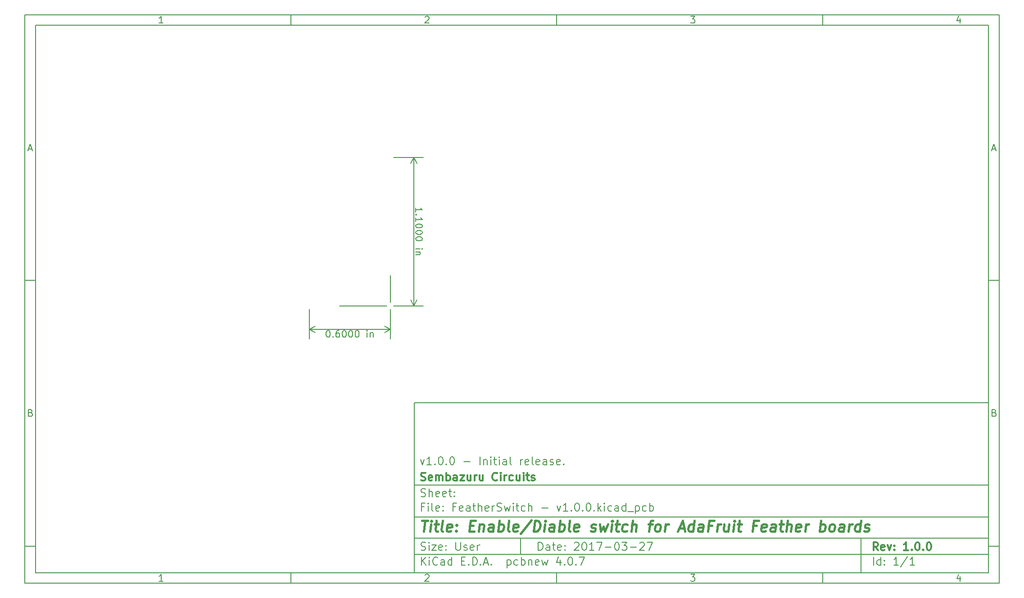
<source format=gbr>
G04 #@! TF.FileFunction,Drawing*
%FSLAX46Y46*%
G04 Gerber Fmt 4.6, Leading zero omitted, Abs format (unit mm)*
G04 Created by KiCad (PCBNEW 4.0.7) date 11/03/17 12:30:38*
%MOMM*%
%LPD*%
G01*
G04 APERTURE LIST*
%ADD10C,0.100000*%
%ADD11C,0.150000*%
%ADD12C,0.300000*%
%ADD13C,0.400000*%
%ADD14C,0.127000*%
G04 APERTURE END LIST*
D10*
D11*
X83200000Y-83000000D02*
X83200000Y-115000000D01*
X191200000Y-115000000D01*
X191200000Y-83000000D01*
X83200000Y-83000000D01*
D10*
D11*
X10000000Y-10000000D02*
X10000000Y-117000000D01*
X193200000Y-117000000D01*
X193200000Y-10000000D01*
X10000000Y-10000000D01*
D10*
D11*
X12000000Y-12000000D02*
X12000000Y-115000000D01*
X191200000Y-115000000D01*
X191200000Y-12000000D01*
X12000000Y-12000000D01*
D10*
D11*
X60000000Y-12000000D02*
X60000000Y-10000000D01*
D10*
D11*
X110000000Y-12000000D02*
X110000000Y-10000000D01*
D10*
D11*
X160000000Y-12000000D02*
X160000000Y-10000000D01*
D10*
D11*
X35990476Y-11588095D02*
X35247619Y-11588095D01*
X35619048Y-11588095D02*
X35619048Y-10288095D01*
X35495238Y-10473810D01*
X35371429Y-10597619D01*
X35247619Y-10659524D01*
D10*
D11*
X85247619Y-10411905D02*
X85309524Y-10350000D01*
X85433333Y-10288095D01*
X85742857Y-10288095D01*
X85866667Y-10350000D01*
X85928571Y-10411905D01*
X85990476Y-10535714D01*
X85990476Y-10659524D01*
X85928571Y-10845238D01*
X85185714Y-11588095D01*
X85990476Y-11588095D01*
D10*
D11*
X135185714Y-10288095D02*
X135990476Y-10288095D01*
X135557143Y-10783333D01*
X135742857Y-10783333D01*
X135866667Y-10845238D01*
X135928571Y-10907143D01*
X135990476Y-11030952D01*
X135990476Y-11340476D01*
X135928571Y-11464286D01*
X135866667Y-11526190D01*
X135742857Y-11588095D01*
X135371429Y-11588095D01*
X135247619Y-11526190D01*
X135185714Y-11464286D01*
D10*
D11*
X185866667Y-10721429D02*
X185866667Y-11588095D01*
X185557143Y-10226190D02*
X185247619Y-11154762D01*
X186052381Y-11154762D01*
D10*
D11*
X60000000Y-115000000D02*
X60000000Y-117000000D01*
D10*
D11*
X110000000Y-115000000D02*
X110000000Y-117000000D01*
D10*
D11*
X160000000Y-115000000D02*
X160000000Y-117000000D01*
D10*
D11*
X35990476Y-116588095D02*
X35247619Y-116588095D01*
X35619048Y-116588095D02*
X35619048Y-115288095D01*
X35495238Y-115473810D01*
X35371429Y-115597619D01*
X35247619Y-115659524D01*
D10*
D11*
X85247619Y-115411905D02*
X85309524Y-115350000D01*
X85433333Y-115288095D01*
X85742857Y-115288095D01*
X85866667Y-115350000D01*
X85928571Y-115411905D01*
X85990476Y-115535714D01*
X85990476Y-115659524D01*
X85928571Y-115845238D01*
X85185714Y-116588095D01*
X85990476Y-116588095D01*
D10*
D11*
X135185714Y-115288095D02*
X135990476Y-115288095D01*
X135557143Y-115783333D01*
X135742857Y-115783333D01*
X135866667Y-115845238D01*
X135928571Y-115907143D01*
X135990476Y-116030952D01*
X135990476Y-116340476D01*
X135928571Y-116464286D01*
X135866667Y-116526190D01*
X135742857Y-116588095D01*
X135371429Y-116588095D01*
X135247619Y-116526190D01*
X135185714Y-116464286D01*
D10*
D11*
X185866667Y-115721429D02*
X185866667Y-116588095D01*
X185557143Y-115226190D02*
X185247619Y-116154762D01*
X186052381Y-116154762D01*
D10*
D11*
X10000000Y-60000000D02*
X12000000Y-60000000D01*
D10*
D11*
X10000000Y-110000000D02*
X12000000Y-110000000D01*
D10*
D11*
X10690476Y-35216667D02*
X11309524Y-35216667D01*
X10566667Y-35588095D02*
X11000000Y-34288095D01*
X11433333Y-35588095D01*
D10*
D11*
X11092857Y-84907143D02*
X11278571Y-84969048D01*
X11340476Y-85030952D01*
X11402381Y-85154762D01*
X11402381Y-85340476D01*
X11340476Y-85464286D01*
X11278571Y-85526190D01*
X11154762Y-85588095D01*
X10659524Y-85588095D01*
X10659524Y-84288095D01*
X11092857Y-84288095D01*
X11216667Y-84350000D01*
X11278571Y-84411905D01*
X11340476Y-84535714D01*
X11340476Y-84659524D01*
X11278571Y-84783333D01*
X11216667Y-84845238D01*
X11092857Y-84907143D01*
X10659524Y-84907143D01*
D10*
D11*
X193200000Y-60000000D02*
X191200000Y-60000000D01*
D10*
D11*
X193200000Y-110000000D02*
X191200000Y-110000000D01*
D10*
D11*
X191890476Y-35216667D02*
X192509524Y-35216667D01*
X191766667Y-35588095D02*
X192200000Y-34288095D01*
X192633333Y-35588095D01*
D10*
D11*
X192292857Y-84907143D02*
X192478571Y-84969048D01*
X192540476Y-85030952D01*
X192602381Y-85154762D01*
X192602381Y-85340476D01*
X192540476Y-85464286D01*
X192478571Y-85526190D01*
X192354762Y-85588095D01*
X191859524Y-85588095D01*
X191859524Y-84288095D01*
X192292857Y-84288095D01*
X192416667Y-84350000D01*
X192478571Y-84411905D01*
X192540476Y-84535714D01*
X192540476Y-84659524D01*
X192478571Y-84783333D01*
X192416667Y-84845238D01*
X192292857Y-84907143D01*
X191859524Y-84907143D01*
D10*
D11*
X106557143Y-110778571D02*
X106557143Y-109278571D01*
X106914286Y-109278571D01*
X107128571Y-109350000D01*
X107271429Y-109492857D01*
X107342857Y-109635714D01*
X107414286Y-109921429D01*
X107414286Y-110135714D01*
X107342857Y-110421429D01*
X107271429Y-110564286D01*
X107128571Y-110707143D01*
X106914286Y-110778571D01*
X106557143Y-110778571D01*
X108700000Y-110778571D02*
X108700000Y-109992857D01*
X108628571Y-109850000D01*
X108485714Y-109778571D01*
X108200000Y-109778571D01*
X108057143Y-109850000D01*
X108700000Y-110707143D02*
X108557143Y-110778571D01*
X108200000Y-110778571D01*
X108057143Y-110707143D01*
X107985714Y-110564286D01*
X107985714Y-110421429D01*
X108057143Y-110278571D01*
X108200000Y-110207143D01*
X108557143Y-110207143D01*
X108700000Y-110135714D01*
X109200000Y-109778571D02*
X109771429Y-109778571D01*
X109414286Y-109278571D02*
X109414286Y-110564286D01*
X109485714Y-110707143D01*
X109628572Y-110778571D01*
X109771429Y-110778571D01*
X110842857Y-110707143D02*
X110700000Y-110778571D01*
X110414286Y-110778571D01*
X110271429Y-110707143D01*
X110200000Y-110564286D01*
X110200000Y-109992857D01*
X110271429Y-109850000D01*
X110414286Y-109778571D01*
X110700000Y-109778571D01*
X110842857Y-109850000D01*
X110914286Y-109992857D01*
X110914286Y-110135714D01*
X110200000Y-110278571D01*
X111557143Y-110635714D02*
X111628571Y-110707143D01*
X111557143Y-110778571D01*
X111485714Y-110707143D01*
X111557143Y-110635714D01*
X111557143Y-110778571D01*
X111557143Y-109850000D02*
X111628571Y-109921429D01*
X111557143Y-109992857D01*
X111485714Y-109921429D01*
X111557143Y-109850000D01*
X111557143Y-109992857D01*
X113342857Y-109421429D02*
X113414286Y-109350000D01*
X113557143Y-109278571D01*
X113914286Y-109278571D01*
X114057143Y-109350000D01*
X114128572Y-109421429D01*
X114200000Y-109564286D01*
X114200000Y-109707143D01*
X114128572Y-109921429D01*
X113271429Y-110778571D01*
X114200000Y-110778571D01*
X115128571Y-109278571D02*
X115271428Y-109278571D01*
X115414285Y-109350000D01*
X115485714Y-109421429D01*
X115557143Y-109564286D01*
X115628571Y-109850000D01*
X115628571Y-110207143D01*
X115557143Y-110492857D01*
X115485714Y-110635714D01*
X115414285Y-110707143D01*
X115271428Y-110778571D01*
X115128571Y-110778571D01*
X114985714Y-110707143D01*
X114914285Y-110635714D01*
X114842857Y-110492857D01*
X114771428Y-110207143D01*
X114771428Y-109850000D01*
X114842857Y-109564286D01*
X114914285Y-109421429D01*
X114985714Y-109350000D01*
X115128571Y-109278571D01*
X117057142Y-110778571D02*
X116199999Y-110778571D01*
X116628571Y-110778571D02*
X116628571Y-109278571D01*
X116485714Y-109492857D01*
X116342856Y-109635714D01*
X116199999Y-109707143D01*
X117557142Y-109278571D02*
X118557142Y-109278571D01*
X117914285Y-110778571D01*
X119128570Y-110207143D02*
X120271427Y-110207143D01*
X121271427Y-109278571D02*
X121414284Y-109278571D01*
X121557141Y-109350000D01*
X121628570Y-109421429D01*
X121699999Y-109564286D01*
X121771427Y-109850000D01*
X121771427Y-110207143D01*
X121699999Y-110492857D01*
X121628570Y-110635714D01*
X121557141Y-110707143D01*
X121414284Y-110778571D01*
X121271427Y-110778571D01*
X121128570Y-110707143D01*
X121057141Y-110635714D01*
X120985713Y-110492857D01*
X120914284Y-110207143D01*
X120914284Y-109850000D01*
X120985713Y-109564286D01*
X121057141Y-109421429D01*
X121128570Y-109350000D01*
X121271427Y-109278571D01*
X122271427Y-109278571D02*
X123199998Y-109278571D01*
X122699998Y-109850000D01*
X122914284Y-109850000D01*
X123057141Y-109921429D01*
X123128570Y-109992857D01*
X123199998Y-110135714D01*
X123199998Y-110492857D01*
X123128570Y-110635714D01*
X123057141Y-110707143D01*
X122914284Y-110778571D01*
X122485712Y-110778571D01*
X122342855Y-110707143D01*
X122271427Y-110635714D01*
X123842855Y-110207143D02*
X124985712Y-110207143D01*
X125628569Y-109421429D02*
X125699998Y-109350000D01*
X125842855Y-109278571D01*
X126199998Y-109278571D01*
X126342855Y-109350000D01*
X126414284Y-109421429D01*
X126485712Y-109564286D01*
X126485712Y-109707143D01*
X126414284Y-109921429D01*
X125557141Y-110778571D01*
X126485712Y-110778571D01*
X126985712Y-109278571D02*
X127985712Y-109278571D01*
X127342855Y-110778571D01*
D10*
D11*
X83200000Y-111500000D02*
X191200000Y-111500000D01*
D10*
D11*
X84557143Y-113578571D02*
X84557143Y-112078571D01*
X85414286Y-113578571D02*
X84771429Y-112721429D01*
X85414286Y-112078571D02*
X84557143Y-112935714D01*
X86057143Y-113578571D02*
X86057143Y-112578571D01*
X86057143Y-112078571D02*
X85985714Y-112150000D01*
X86057143Y-112221429D01*
X86128571Y-112150000D01*
X86057143Y-112078571D01*
X86057143Y-112221429D01*
X87628572Y-113435714D02*
X87557143Y-113507143D01*
X87342857Y-113578571D01*
X87200000Y-113578571D01*
X86985715Y-113507143D01*
X86842857Y-113364286D01*
X86771429Y-113221429D01*
X86700000Y-112935714D01*
X86700000Y-112721429D01*
X86771429Y-112435714D01*
X86842857Y-112292857D01*
X86985715Y-112150000D01*
X87200000Y-112078571D01*
X87342857Y-112078571D01*
X87557143Y-112150000D01*
X87628572Y-112221429D01*
X88914286Y-113578571D02*
X88914286Y-112792857D01*
X88842857Y-112650000D01*
X88700000Y-112578571D01*
X88414286Y-112578571D01*
X88271429Y-112650000D01*
X88914286Y-113507143D02*
X88771429Y-113578571D01*
X88414286Y-113578571D01*
X88271429Y-113507143D01*
X88200000Y-113364286D01*
X88200000Y-113221429D01*
X88271429Y-113078571D01*
X88414286Y-113007143D01*
X88771429Y-113007143D01*
X88914286Y-112935714D01*
X90271429Y-113578571D02*
X90271429Y-112078571D01*
X90271429Y-113507143D02*
X90128572Y-113578571D01*
X89842858Y-113578571D01*
X89700000Y-113507143D01*
X89628572Y-113435714D01*
X89557143Y-113292857D01*
X89557143Y-112864286D01*
X89628572Y-112721429D01*
X89700000Y-112650000D01*
X89842858Y-112578571D01*
X90128572Y-112578571D01*
X90271429Y-112650000D01*
X92128572Y-112792857D02*
X92628572Y-112792857D01*
X92842858Y-113578571D02*
X92128572Y-113578571D01*
X92128572Y-112078571D01*
X92842858Y-112078571D01*
X93485715Y-113435714D02*
X93557143Y-113507143D01*
X93485715Y-113578571D01*
X93414286Y-113507143D01*
X93485715Y-113435714D01*
X93485715Y-113578571D01*
X94200001Y-113578571D02*
X94200001Y-112078571D01*
X94557144Y-112078571D01*
X94771429Y-112150000D01*
X94914287Y-112292857D01*
X94985715Y-112435714D01*
X95057144Y-112721429D01*
X95057144Y-112935714D01*
X94985715Y-113221429D01*
X94914287Y-113364286D01*
X94771429Y-113507143D01*
X94557144Y-113578571D01*
X94200001Y-113578571D01*
X95700001Y-113435714D02*
X95771429Y-113507143D01*
X95700001Y-113578571D01*
X95628572Y-113507143D01*
X95700001Y-113435714D01*
X95700001Y-113578571D01*
X96342858Y-113150000D02*
X97057144Y-113150000D01*
X96200001Y-113578571D02*
X96700001Y-112078571D01*
X97200001Y-113578571D01*
X97700001Y-113435714D02*
X97771429Y-113507143D01*
X97700001Y-113578571D01*
X97628572Y-113507143D01*
X97700001Y-113435714D01*
X97700001Y-113578571D01*
X100700001Y-112578571D02*
X100700001Y-114078571D01*
X100700001Y-112650000D02*
X100842858Y-112578571D01*
X101128572Y-112578571D01*
X101271429Y-112650000D01*
X101342858Y-112721429D01*
X101414287Y-112864286D01*
X101414287Y-113292857D01*
X101342858Y-113435714D01*
X101271429Y-113507143D01*
X101128572Y-113578571D01*
X100842858Y-113578571D01*
X100700001Y-113507143D01*
X102700001Y-113507143D02*
X102557144Y-113578571D01*
X102271430Y-113578571D01*
X102128572Y-113507143D01*
X102057144Y-113435714D01*
X101985715Y-113292857D01*
X101985715Y-112864286D01*
X102057144Y-112721429D01*
X102128572Y-112650000D01*
X102271430Y-112578571D01*
X102557144Y-112578571D01*
X102700001Y-112650000D01*
X103342858Y-113578571D02*
X103342858Y-112078571D01*
X103342858Y-112650000D02*
X103485715Y-112578571D01*
X103771429Y-112578571D01*
X103914286Y-112650000D01*
X103985715Y-112721429D01*
X104057144Y-112864286D01*
X104057144Y-113292857D01*
X103985715Y-113435714D01*
X103914286Y-113507143D01*
X103771429Y-113578571D01*
X103485715Y-113578571D01*
X103342858Y-113507143D01*
X104700001Y-112578571D02*
X104700001Y-113578571D01*
X104700001Y-112721429D02*
X104771429Y-112650000D01*
X104914287Y-112578571D01*
X105128572Y-112578571D01*
X105271429Y-112650000D01*
X105342858Y-112792857D01*
X105342858Y-113578571D01*
X106628572Y-113507143D02*
X106485715Y-113578571D01*
X106200001Y-113578571D01*
X106057144Y-113507143D01*
X105985715Y-113364286D01*
X105985715Y-112792857D01*
X106057144Y-112650000D01*
X106200001Y-112578571D01*
X106485715Y-112578571D01*
X106628572Y-112650000D01*
X106700001Y-112792857D01*
X106700001Y-112935714D01*
X105985715Y-113078571D01*
X107200001Y-112578571D02*
X107485715Y-113578571D01*
X107771429Y-112864286D01*
X108057144Y-113578571D01*
X108342858Y-112578571D01*
X110700001Y-112578571D02*
X110700001Y-113578571D01*
X110342858Y-112007143D02*
X109985715Y-113078571D01*
X110914287Y-113078571D01*
X111485715Y-113435714D02*
X111557143Y-113507143D01*
X111485715Y-113578571D01*
X111414286Y-113507143D01*
X111485715Y-113435714D01*
X111485715Y-113578571D01*
X112485715Y-112078571D02*
X112628572Y-112078571D01*
X112771429Y-112150000D01*
X112842858Y-112221429D01*
X112914287Y-112364286D01*
X112985715Y-112650000D01*
X112985715Y-113007143D01*
X112914287Y-113292857D01*
X112842858Y-113435714D01*
X112771429Y-113507143D01*
X112628572Y-113578571D01*
X112485715Y-113578571D01*
X112342858Y-113507143D01*
X112271429Y-113435714D01*
X112200001Y-113292857D01*
X112128572Y-113007143D01*
X112128572Y-112650000D01*
X112200001Y-112364286D01*
X112271429Y-112221429D01*
X112342858Y-112150000D01*
X112485715Y-112078571D01*
X113628572Y-113435714D02*
X113700000Y-113507143D01*
X113628572Y-113578571D01*
X113557143Y-113507143D01*
X113628572Y-113435714D01*
X113628572Y-113578571D01*
X114200001Y-112078571D02*
X115200001Y-112078571D01*
X114557144Y-113578571D01*
D10*
D11*
X83200000Y-108500000D02*
X191200000Y-108500000D01*
D10*
D12*
X170414286Y-110778571D02*
X169914286Y-110064286D01*
X169557143Y-110778571D02*
X169557143Y-109278571D01*
X170128571Y-109278571D01*
X170271429Y-109350000D01*
X170342857Y-109421429D01*
X170414286Y-109564286D01*
X170414286Y-109778571D01*
X170342857Y-109921429D01*
X170271429Y-109992857D01*
X170128571Y-110064286D01*
X169557143Y-110064286D01*
X171628571Y-110707143D02*
X171485714Y-110778571D01*
X171200000Y-110778571D01*
X171057143Y-110707143D01*
X170985714Y-110564286D01*
X170985714Y-109992857D01*
X171057143Y-109850000D01*
X171200000Y-109778571D01*
X171485714Y-109778571D01*
X171628571Y-109850000D01*
X171700000Y-109992857D01*
X171700000Y-110135714D01*
X170985714Y-110278571D01*
X172200000Y-109778571D02*
X172557143Y-110778571D01*
X172914285Y-109778571D01*
X173485714Y-110635714D02*
X173557142Y-110707143D01*
X173485714Y-110778571D01*
X173414285Y-110707143D01*
X173485714Y-110635714D01*
X173485714Y-110778571D01*
X173485714Y-109850000D02*
X173557142Y-109921429D01*
X173485714Y-109992857D01*
X173414285Y-109921429D01*
X173485714Y-109850000D01*
X173485714Y-109992857D01*
X176128571Y-110778571D02*
X175271428Y-110778571D01*
X175700000Y-110778571D02*
X175700000Y-109278571D01*
X175557143Y-109492857D01*
X175414285Y-109635714D01*
X175271428Y-109707143D01*
X176771428Y-110635714D02*
X176842856Y-110707143D01*
X176771428Y-110778571D01*
X176699999Y-110707143D01*
X176771428Y-110635714D01*
X176771428Y-110778571D01*
X177771428Y-109278571D02*
X177914285Y-109278571D01*
X178057142Y-109350000D01*
X178128571Y-109421429D01*
X178200000Y-109564286D01*
X178271428Y-109850000D01*
X178271428Y-110207143D01*
X178200000Y-110492857D01*
X178128571Y-110635714D01*
X178057142Y-110707143D01*
X177914285Y-110778571D01*
X177771428Y-110778571D01*
X177628571Y-110707143D01*
X177557142Y-110635714D01*
X177485714Y-110492857D01*
X177414285Y-110207143D01*
X177414285Y-109850000D01*
X177485714Y-109564286D01*
X177557142Y-109421429D01*
X177628571Y-109350000D01*
X177771428Y-109278571D01*
X178914285Y-110635714D02*
X178985713Y-110707143D01*
X178914285Y-110778571D01*
X178842856Y-110707143D01*
X178914285Y-110635714D01*
X178914285Y-110778571D01*
X179914285Y-109278571D02*
X180057142Y-109278571D01*
X180199999Y-109350000D01*
X180271428Y-109421429D01*
X180342857Y-109564286D01*
X180414285Y-109850000D01*
X180414285Y-110207143D01*
X180342857Y-110492857D01*
X180271428Y-110635714D01*
X180199999Y-110707143D01*
X180057142Y-110778571D01*
X179914285Y-110778571D01*
X179771428Y-110707143D01*
X179699999Y-110635714D01*
X179628571Y-110492857D01*
X179557142Y-110207143D01*
X179557142Y-109850000D01*
X179628571Y-109564286D01*
X179699999Y-109421429D01*
X179771428Y-109350000D01*
X179914285Y-109278571D01*
D10*
D11*
X84485714Y-110707143D02*
X84700000Y-110778571D01*
X85057143Y-110778571D01*
X85200000Y-110707143D01*
X85271429Y-110635714D01*
X85342857Y-110492857D01*
X85342857Y-110350000D01*
X85271429Y-110207143D01*
X85200000Y-110135714D01*
X85057143Y-110064286D01*
X84771429Y-109992857D01*
X84628571Y-109921429D01*
X84557143Y-109850000D01*
X84485714Y-109707143D01*
X84485714Y-109564286D01*
X84557143Y-109421429D01*
X84628571Y-109350000D01*
X84771429Y-109278571D01*
X85128571Y-109278571D01*
X85342857Y-109350000D01*
X85985714Y-110778571D02*
X85985714Y-109778571D01*
X85985714Y-109278571D02*
X85914285Y-109350000D01*
X85985714Y-109421429D01*
X86057142Y-109350000D01*
X85985714Y-109278571D01*
X85985714Y-109421429D01*
X86557143Y-109778571D02*
X87342857Y-109778571D01*
X86557143Y-110778571D01*
X87342857Y-110778571D01*
X88485714Y-110707143D02*
X88342857Y-110778571D01*
X88057143Y-110778571D01*
X87914286Y-110707143D01*
X87842857Y-110564286D01*
X87842857Y-109992857D01*
X87914286Y-109850000D01*
X88057143Y-109778571D01*
X88342857Y-109778571D01*
X88485714Y-109850000D01*
X88557143Y-109992857D01*
X88557143Y-110135714D01*
X87842857Y-110278571D01*
X89200000Y-110635714D02*
X89271428Y-110707143D01*
X89200000Y-110778571D01*
X89128571Y-110707143D01*
X89200000Y-110635714D01*
X89200000Y-110778571D01*
X89200000Y-109850000D02*
X89271428Y-109921429D01*
X89200000Y-109992857D01*
X89128571Y-109921429D01*
X89200000Y-109850000D01*
X89200000Y-109992857D01*
X91057143Y-109278571D02*
X91057143Y-110492857D01*
X91128571Y-110635714D01*
X91200000Y-110707143D01*
X91342857Y-110778571D01*
X91628571Y-110778571D01*
X91771429Y-110707143D01*
X91842857Y-110635714D01*
X91914286Y-110492857D01*
X91914286Y-109278571D01*
X92557143Y-110707143D02*
X92700000Y-110778571D01*
X92985715Y-110778571D01*
X93128572Y-110707143D01*
X93200000Y-110564286D01*
X93200000Y-110492857D01*
X93128572Y-110350000D01*
X92985715Y-110278571D01*
X92771429Y-110278571D01*
X92628572Y-110207143D01*
X92557143Y-110064286D01*
X92557143Y-109992857D01*
X92628572Y-109850000D01*
X92771429Y-109778571D01*
X92985715Y-109778571D01*
X93128572Y-109850000D01*
X94414286Y-110707143D02*
X94271429Y-110778571D01*
X93985715Y-110778571D01*
X93842858Y-110707143D01*
X93771429Y-110564286D01*
X93771429Y-109992857D01*
X93842858Y-109850000D01*
X93985715Y-109778571D01*
X94271429Y-109778571D01*
X94414286Y-109850000D01*
X94485715Y-109992857D01*
X94485715Y-110135714D01*
X93771429Y-110278571D01*
X95128572Y-110778571D02*
X95128572Y-109778571D01*
X95128572Y-110064286D02*
X95200000Y-109921429D01*
X95271429Y-109850000D01*
X95414286Y-109778571D01*
X95557143Y-109778571D01*
D10*
D11*
X169557143Y-113578571D02*
X169557143Y-112078571D01*
X170914286Y-113578571D02*
X170914286Y-112078571D01*
X170914286Y-113507143D02*
X170771429Y-113578571D01*
X170485715Y-113578571D01*
X170342857Y-113507143D01*
X170271429Y-113435714D01*
X170200000Y-113292857D01*
X170200000Y-112864286D01*
X170271429Y-112721429D01*
X170342857Y-112650000D01*
X170485715Y-112578571D01*
X170771429Y-112578571D01*
X170914286Y-112650000D01*
X171628572Y-113435714D02*
X171700000Y-113507143D01*
X171628572Y-113578571D01*
X171557143Y-113507143D01*
X171628572Y-113435714D01*
X171628572Y-113578571D01*
X171628572Y-112650000D02*
X171700000Y-112721429D01*
X171628572Y-112792857D01*
X171557143Y-112721429D01*
X171628572Y-112650000D01*
X171628572Y-112792857D01*
X174271429Y-113578571D02*
X173414286Y-113578571D01*
X173842858Y-113578571D02*
X173842858Y-112078571D01*
X173700001Y-112292857D01*
X173557143Y-112435714D01*
X173414286Y-112507143D01*
X175985714Y-112007143D02*
X174700000Y-113935714D01*
X177271429Y-113578571D02*
X176414286Y-113578571D01*
X176842858Y-113578571D02*
X176842858Y-112078571D01*
X176700001Y-112292857D01*
X176557143Y-112435714D01*
X176414286Y-112507143D01*
D10*
D11*
X83200000Y-104500000D02*
X191200000Y-104500000D01*
D10*
D13*
X84652381Y-105204762D02*
X85795238Y-105204762D01*
X84973810Y-107204762D02*
X85223810Y-105204762D01*
X86211905Y-107204762D02*
X86378571Y-105871429D01*
X86461905Y-105204762D02*
X86354762Y-105300000D01*
X86438095Y-105395238D01*
X86545239Y-105300000D01*
X86461905Y-105204762D01*
X86438095Y-105395238D01*
X87045238Y-105871429D02*
X87807143Y-105871429D01*
X87414286Y-105204762D02*
X87200000Y-106919048D01*
X87271430Y-107109524D01*
X87450001Y-107204762D01*
X87640477Y-107204762D01*
X88592858Y-107204762D02*
X88414287Y-107109524D01*
X88342857Y-106919048D01*
X88557143Y-105204762D01*
X90128572Y-107109524D02*
X89926191Y-107204762D01*
X89545239Y-107204762D01*
X89366667Y-107109524D01*
X89295238Y-106919048D01*
X89390476Y-106157143D01*
X89509524Y-105966667D01*
X89711905Y-105871429D01*
X90092857Y-105871429D01*
X90271429Y-105966667D01*
X90342857Y-106157143D01*
X90319048Y-106347619D01*
X89342857Y-106538095D01*
X91092857Y-107014286D02*
X91176192Y-107109524D01*
X91069048Y-107204762D01*
X90985715Y-107109524D01*
X91092857Y-107014286D01*
X91069048Y-107204762D01*
X91223810Y-105966667D02*
X91307144Y-106061905D01*
X91200000Y-106157143D01*
X91116667Y-106061905D01*
X91223810Y-105966667D01*
X91200000Y-106157143D01*
X93676191Y-106157143D02*
X94342858Y-106157143D01*
X94497620Y-107204762D02*
X93545239Y-107204762D01*
X93795239Y-105204762D01*
X94747620Y-105204762D01*
X95521429Y-105871429D02*
X95354763Y-107204762D01*
X95497620Y-106061905D02*
X95604764Y-105966667D01*
X95807144Y-105871429D01*
X96092858Y-105871429D01*
X96271430Y-105966667D01*
X96342858Y-106157143D01*
X96211906Y-107204762D01*
X98021430Y-107204762D02*
X98152382Y-106157143D01*
X98080954Y-105966667D01*
X97902382Y-105871429D01*
X97521430Y-105871429D01*
X97319049Y-105966667D01*
X98033335Y-107109524D02*
X97830954Y-107204762D01*
X97354764Y-107204762D01*
X97176192Y-107109524D01*
X97104763Y-106919048D01*
X97128573Y-106728571D01*
X97247620Y-106538095D01*
X97450002Y-106442857D01*
X97926192Y-106442857D01*
X98128573Y-106347619D01*
X98973811Y-107204762D02*
X99223811Y-105204762D01*
X99128573Y-105966667D02*
X99330954Y-105871429D01*
X99711906Y-105871429D01*
X99890478Y-105966667D01*
X99973811Y-106061905D01*
X100045239Y-106252381D01*
X99973811Y-106823810D01*
X99854763Y-107014286D01*
X99747621Y-107109524D01*
X99545240Y-107204762D01*
X99164288Y-107204762D01*
X98985716Y-107109524D01*
X101069050Y-107204762D02*
X100890479Y-107109524D01*
X100819049Y-106919048D01*
X101033335Y-105204762D01*
X102604764Y-107109524D02*
X102402383Y-107204762D01*
X102021431Y-107204762D01*
X101842859Y-107109524D01*
X101771430Y-106919048D01*
X101866668Y-106157143D01*
X101985716Y-105966667D01*
X102188097Y-105871429D01*
X102569049Y-105871429D01*
X102747621Y-105966667D01*
X102819049Y-106157143D01*
X102795240Y-106347619D01*
X101819049Y-106538095D01*
X105235717Y-105109524D02*
X103200002Y-107680952D01*
X105640478Y-107204762D02*
X105890478Y-105204762D01*
X106366669Y-105204762D01*
X106640478Y-105300000D01*
X106807145Y-105490476D01*
X106878574Y-105680952D01*
X106926193Y-106061905D01*
X106890479Y-106347619D01*
X106747622Y-106728571D01*
X106628573Y-106919048D01*
X106414288Y-107109524D01*
X106116669Y-107204762D01*
X105640478Y-107204762D01*
X107640478Y-107204762D02*
X107807144Y-105871429D01*
X107890478Y-105204762D02*
X107783335Y-105300000D01*
X107866668Y-105395238D01*
X107973812Y-105300000D01*
X107890478Y-105204762D01*
X107866668Y-105395238D01*
X109450002Y-107204762D02*
X109580954Y-106157143D01*
X109509526Y-105966667D01*
X109330954Y-105871429D01*
X108950002Y-105871429D01*
X108747621Y-105966667D01*
X109461907Y-107109524D02*
X109259526Y-107204762D01*
X108783336Y-107204762D01*
X108604764Y-107109524D01*
X108533335Y-106919048D01*
X108557145Y-106728571D01*
X108676192Y-106538095D01*
X108878574Y-106442857D01*
X109354764Y-106442857D01*
X109557145Y-106347619D01*
X110402383Y-107204762D02*
X110652383Y-105204762D01*
X110557145Y-105966667D02*
X110759526Y-105871429D01*
X111140478Y-105871429D01*
X111319050Y-105966667D01*
X111402383Y-106061905D01*
X111473811Y-106252381D01*
X111402383Y-106823810D01*
X111283335Y-107014286D01*
X111176193Y-107109524D01*
X110973812Y-107204762D01*
X110592860Y-107204762D01*
X110414288Y-107109524D01*
X112497622Y-107204762D02*
X112319051Y-107109524D01*
X112247621Y-106919048D01*
X112461907Y-105204762D01*
X114033336Y-107109524D02*
X113830955Y-107204762D01*
X113450003Y-107204762D01*
X113271431Y-107109524D01*
X113200002Y-106919048D01*
X113295240Y-106157143D01*
X113414288Y-105966667D01*
X113616669Y-105871429D01*
X113997621Y-105871429D01*
X114176193Y-105966667D01*
X114247621Y-106157143D01*
X114223812Y-106347619D01*
X113247621Y-106538095D01*
X116414289Y-107109524D02*
X116592861Y-107204762D01*
X116973813Y-107204762D01*
X117176194Y-107109524D01*
X117295241Y-106919048D01*
X117307146Y-106823810D01*
X117235717Y-106633333D01*
X117057146Y-106538095D01*
X116771432Y-106538095D01*
X116592860Y-106442857D01*
X116521431Y-106252381D01*
X116533336Y-106157143D01*
X116652384Y-105966667D01*
X116854765Y-105871429D01*
X117140479Y-105871429D01*
X117319051Y-105966667D01*
X118092860Y-105871429D02*
X118307147Y-107204762D01*
X118807146Y-106252381D01*
X119069051Y-107204762D01*
X119616670Y-105871429D01*
X120211908Y-107204762D02*
X120378574Y-105871429D01*
X120461908Y-105204762D02*
X120354765Y-105300000D01*
X120438098Y-105395238D01*
X120545242Y-105300000D01*
X120461908Y-105204762D01*
X120438098Y-105395238D01*
X121045241Y-105871429D02*
X121807146Y-105871429D01*
X121414289Y-105204762D02*
X121200003Y-106919048D01*
X121271433Y-107109524D01*
X121450004Y-107204762D01*
X121640480Y-107204762D01*
X123176194Y-107109524D02*
X122973813Y-107204762D01*
X122592861Y-107204762D01*
X122414290Y-107109524D01*
X122330955Y-107014286D01*
X122259527Y-106823810D01*
X122330955Y-106252381D01*
X122450003Y-106061905D01*
X122557147Y-105966667D01*
X122759527Y-105871429D01*
X123140479Y-105871429D01*
X123319051Y-105966667D01*
X124021432Y-107204762D02*
X124271432Y-105204762D01*
X124878575Y-107204762D02*
X125009527Y-106157143D01*
X124938099Y-105966667D01*
X124759527Y-105871429D01*
X124473813Y-105871429D01*
X124271433Y-105966667D01*
X124164289Y-106061905D01*
X127235718Y-105871429D02*
X127997623Y-105871429D01*
X127354766Y-107204762D02*
X127569052Y-105490476D01*
X127688100Y-105300000D01*
X127890481Y-105204762D01*
X128080957Y-105204762D01*
X128783338Y-107204762D02*
X128604767Y-107109524D01*
X128521432Y-107014286D01*
X128450004Y-106823810D01*
X128521432Y-106252381D01*
X128640480Y-106061905D01*
X128747624Y-105966667D01*
X128950004Y-105871429D01*
X129235718Y-105871429D01*
X129414290Y-105966667D01*
X129497623Y-106061905D01*
X129569051Y-106252381D01*
X129497623Y-106823810D01*
X129378575Y-107014286D01*
X129271433Y-107109524D01*
X129069052Y-107204762D01*
X128783338Y-107204762D01*
X130307147Y-107204762D02*
X130473813Y-105871429D01*
X130426194Y-106252381D02*
X130545243Y-106061905D01*
X130652386Y-105966667D01*
X130854766Y-105871429D01*
X131045242Y-105871429D01*
X133045242Y-106633333D02*
X133997623Y-106633333D01*
X132783338Y-107204762D02*
X133700005Y-105204762D01*
X134116672Y-107204762D01*
X135640481Y-107204762D02*
X135890481Y-105204762D01*
X135652386Y-107109524D02*
X135450005Y-107204762D01*
X135069053Y-107204762D01*
X134890482Y-107109524D01*
X134807147Y-107014286D01*
X134735719Y-106823810D01*
X134807147Y-106252381D01*
X134926195Y-106061905D01*
X135033339Y-105966667D01*
X135235719Y-105871429D01*
X135616671Y-105871429D01*
X135795243Y-105966667D01*
X137450005Y-107204762D02*
X137580957Y-106157143D01*
X137509529Y-105966667D01*
X137330957Y-105871429D01*
X136950005Y-105871429D01*
X136747624Y-105966667D01*
X137461910Y-107109524D02*
X137259529Y-107204762D01*
X136783339Y-107204762D01*
X136604767Y-107109524D01*
X136533338Y-106919048D01*
X136557148Y-106728571D01*
X136676195Y-106538095D01*
X136878577Y-106442857D01*
X137354767Y-106442857D01*
X137557148Y-106347619D01*
X139200005Y-106157143D02*
X138533338Y-106157143D01*
X138402386Y-107204762D02*
X138652386Y-105204762D01*
X139604767Y-105204762D01*
X140116672Y-107204762D02*
X140283338Y-105871429D01*
X140235719Y-106252381D02*
X140354768Y-106061905D01*
X140461911Y-105966667D01*
X140664291Y-105871429D01*
X140854767Y-105871429D01*
X142378576Y-105871429D02*
X142211910Y-107204762D01*
X141521433Y-105871429D02*
X141390481Y-106919048D01*
X141461911Y-107109524D01*
X141640482Y-107204762D01*
X141926196Y-107204762D01*
X142128577Y-107109524D01*
X142235719Y-107014286D01*
X143164291Y-107204762D02*
X143330957Y-105871429D01*
X143414291Y-105204762D02*
X143307148Y-105300000D01*
X143390481Y-105395238D01*
X143497625Y-105300000D01*
X143414291Y-105204762D01*
X143390481Y-105395238D01*
X143997624Y-105871429D02*
X144759529Y-105871429D01*
X144366672Y-105204762D02*
X144152386Y-106919048D01*
X144223816Y-107109524D01*
X144402387Y-107204762D01*
X144592863Y-107204762D01*
X147580958Y-106157143D02*
X146914291Y-106157143D01*
X146783339Y-107204762D02*
X147033339Y-105204762D01*
X147985720Y-105204762D01*
X149271435Y-107109524D02*
X149069054Y-107204762D01*
X148688102Y-107204762D01*
X148509530Y-107109524D01*
X148438101Y-106919048D01*
X148533339Y-106157143D01*
X148652387Y-105966667D01*
X148854768Y-105871429D01*
X149235720Y-105871429D01*
X149414292Y-105966667D01*
X149485720Y-106157143D01*
X149461911Y-106347619D01*
X148485720Y-106538095D01*
X151069054Y-107204762D02*
X151200006Y-106157143D01*
X151128578Y-105966667D01*
X150950006Y-105871429D01*
X150569054Y-105871429D01*
X150366673Y-105966667D01*
X151080959Y-107109524D02*
X150878578Y-107204762D01*
X150402388Y-107204762D01*
X150223816Y-107109524D01*
X150152387Y-106919048D01*
X150176197Y-106728571D01*
X150295244Y-106538095D01*
X150497626Y-106442857D01*
X150973816Y-106442857D01*
X151176197Y-106347619D01*
X151902387Y-105871429D02*
X152664292Y-105871429D01*
X152271435Y-105204762D02*
X152057149Y-106919048D01*
X152128579Y-107109524D01*
X152307150Y-107204762D01*
X152497626Y-107204762D01*
X153164292Y-107204762D02*
X153414292Y-105204762D01*
X154021435Y-107204762D02*
X154152387Y-106157143D01*
X154080959Y-105966667D01*
X153902387Y-105871429D01*
X153616673Y-105871429D01*
X153414293Y-105966667D01*
X153307149Y-106061905D01*
X155747626Y-107109524D02*
X155545245Y-107204762D01*
X155164293Y-107204762D01*
X154985721Y-107109524D01*
X154914292Y-106919048D01*
X155009530Y-106157143D01*
X155128578Y-105966667D01*
X155330959Y-105871429D01*
X155711911Y-105871429D01*
X155890483Y-105966667D01*
X155961911Y-106157143D01*
X155938102Y-106347619D01*
X154961911Y-106538095D01*
X156688102Y-107204762D02*
X156854768Y-105871429D01*
X156807149Y-106252381D02*
X156926198Y-106061905D01*
X157033341Y-105966667D01*
X157235721Y-105871429D01*
X157426197Y-105871429D01*
X159450007Y-107204762D02*
X159700007Y-105204762D01*
X159604769Y-105966667D02*
X159807150Y-105871429D01*
X160188102Y-105871429D01*
X160366674Y-105966667D01*
X160450007Y-106061905D01*
X160521435Y-106252381D01*
X160450007Y-106823810D01*
X160330959Y-107014286D01*
X160223817Y-107109524D01*
X160021436Y-107204762D01*
X159640484Y-107204762D01*
X159461912Y-107109524D01*
X161545246Y-107204762D02*
X161366675Y-107109524D01*
X161283340Y-107014286D01*
X161211912Y-106823810D01*
X161283340Y-106252381D01*
X161402388Y-106061905D01*
X161509532Y-105966667D01*
X161711912Y-105871429D01*
X161997626Y-105871429D01*
X162176198Y-105966667D01*
X162259531Y-106061905D01*
X162330959Y-106252381D01*
X162259531Y-106823810D01*
X162140483Y-107014286D01*
X162033341Y-107109524D01*
X161830960Y-107204762D01*
X161545246Y-107204762D01*
X163926198Y-107204762D02*
X164057150Y-106157143D01*
X163985722Y-105966667D01*
X163807150Y-105871429D01*
X163426198Y-105871429D01*
X163223817Y-105966667D01*
X163938103Y-107109524D02*
X163735722Y-107204762D01*
X163259532Y-107204762D01*
X163080960Y-107109524D01*
X163009531Y-106919048D01*
X163033341Y-106728571D01*
X163152388Y-106538095D01*
X163354770Y-106442857D01*
X163830960Y-106442857D01*
X164033341Y-106347619D01*
X164878579Y-107204762D02*
X165045245Y-105871429D01*
X164997626Y-106252381D02*
X165116675Y-106061905D01*
X165223818Y-105966667D01*
X165426198Y-105871429D01*
X165616674Y-105871429D01*
X166973817Y-107204762D02*
X167223817Y-105204762D01*
X166985722Y-107109524D02*
X166783341Y-107204762D01*
X166402389Y-107204762D01*
X166223818Y-107109524D01*
X166140483Y-107014286D01*
X166069055Y-106823810D01*
X166140483Y-106252381D01*
X166259531Y-106061905D01*
X166366675Y-105966667D01*
X166569055Y-105871429D01*
X166950007Y-105871429D01*
X167128579Y-105966667D01*
X167842865Y-107109524D02*
X168021437Y-107204762D01*
X168402389Y-107204762D01*
X168604770Y-107109524D01*
X168723817Y-106919048D01*
X168735722Y-106823810D01*
X168664293Y-106633333D01*
X168485722Y-106538095D01*
X168200008Y-106538095D01*
X168021436Y-106442857D01*
X167950007Y-106252381D01*
X167961912Y-106157143D01*
X168080960Y-105966667D01*
X168283341Y-105871429D01*
X168569055Y-105871429D01*
X168747627Y-105966667D01*
D10*
D11*
X85057143Y-102592857D02*
X84557143Y-102592857D01*
X84557143Y-103378571D02*
X84557143Y-101878571D01*
X85271429Y-101878571D01*
X85842857Y-103378571D02*
X85842857Y-102378571D01*
X85842857Y-101878571D02*
X85771428Y-101950000D01*
X85842857Y-102021429D01*
X85914285Y-101950000D01*
X85842857Y-101878571D01*
X85842857Y-102021429D01*
X86771429Y-103378571D02*
X86628571Y-103307143D01*
X86557143Y-103164286D01*
X86557143Y-101878571D01*
X87914285Y-103307143D02*
X87771428Y-103378571D01*
X87485714Y-103378571D01*
X87342857Y-103307143D01*
X87271428Y-103164286D01*
X87271428Y-102592857D01*
X87342857Y-102450000D01*
X87485714Y-102378571D01*
X87771428Y-102378571D01*
X87914285Y-102450000D01*
X87985714Y-102592857D01*
X87985714Y-102735714D01*
X87271428Y-102878571D01*
X88628571Y-103235714D02*
X88699999Y-103307143D01*
X88628571Y-103378571D01*
X88557142Y-103307143D01*
X88628571Y-103235714D01*
X88628571Y-103378571D01*
X88628571Y-102450000D02*
X88699999Y-102521429D01*
X88628571Y-102592857D01*
X88557142Y-102521429D01*
X88628571Y-102450000D01*
X88628571Y-102592857D01*
X90985714Y-102592857D02*
X90485714Y-102592857D01*
X90485714Y-103378571D02*
X90485714Y-101878571D01*
X91200000Y-101878571D01*
X92342856Y-103307143D02*
X92199999Y-103378571D01*
X91914285Y-103378571D01*
X91771428Y-103307143D01*
X91699999Y-103164286D01*
X91699999Y-102592857D01*
X91771428Y-102450000D01*
X91914285Y-102378571D01*
X92199999Y-102378571D01*
X92342856Y-102450000D01*
X92414285Y-102592857D01*
X92414285Y-102735714D01*
X91699999Y-102878571D01*
X93699999Y-103378571D02*
X93699999Y-102592857D01*
X93628570Y-102450000D01*
X93485713Y-102378571D01*
X93199999Y-102378571D01*
X93057142Y-102450000D01*
X93699999Y-103307143D02*
X93557142Y-103378571D01*
X93199999Y-103378571D01*
X93057142Y-103307143D01*
X92985713Y-103164286D01*
X92985713Y-103021429D01*
X93057142Y-102878571D01*
X93199999Y-102807143D01*
X93557142Y-102807143D01*
X93699999Y-102735714D01*
X94199999Y-102378571D02*
X94771428Y-102378571D01*
X94414285Y-101878571D02*
X94414285Y-103164286D01*
X94485713Y-103307143D01*
X94628571Y-103378571D01*
X94771428Y-103378571D01*
X95271428Y-103378571D02*
X95271428Y-101878571D01*
X95914285Y-103378571D02*
X95914285Y-102592857D01*
X95842856Y-102450000D01*
X95699999Y-102378571D01*
X95485714Y-102378571D01*
X95342856Y-102450000D01*
X95271428Y-102521429D01*
X97199999Y-103307143D02*
X97057142Y-103378571D01*
X96771428Y-103378571D01*
X96628571Y-103307143D01*
X96557142Y-103164286D01*
X96557142Y-102592857D01*
X96628571Y-102450000D01*
X96771428Y-102378571D01*
X97057142Y-102378571D01*
X97199999Y-102450000D01*
X97271428Y-102592857D01*
X97271428Y-102735714D01*
X96557142Y-102878571D01*
X97914285Y-103378571D02*
X97914285Y-102378571D01*
X97914285Y-102664286D02*
X97985713Y-102521429D01*
X98057142Y-102450000D01*
X98199999Y-102378571D01*
X98342856Y-102378571D01*
X98771427Y-103307143D02*
X98985713Y-103378571D01*
X99342856Y-103378571D01*
X99485713Y-103307143D01*
X99557142Y-103235714D01*
X99628570Y-103092857D01*
X99628570Y-102950000D01*
X99557142Y-102807143D01*
X99485713Y-102735714D01*
X99342856Y-102664286D01*
X99057142Y-102592857D01*
X98914284Y-102521429D01*
X98842856Y-102450000D01*
X98771427Y-102307143D01*
X98771427Y-102164286D01*
X98842856Y-102021429D01*
X98914284Y-101950000D01*
X99057142Y-101878571D01*
X99414284Y-101878571D01*
X99628570Y-101950000D01*
X100128570Y-102378571D02*
X100414284Y-103378571D01*
X100699998Y-102664286D01*
X100985713Y-103378571D01*
X101271427Y-102378571D01*
X101842856Y-103378571D02*
X101842856Y-102378571D01*
X101842856Y-101878571D02*
X101771427Y-101950000D01*
X101842856Y-102021429D01*
X101914284Y-101950000D01*
X101842856Y-101878571D01*
X101842856Y-102021429D01*
X102342856Y-102378571D02*
X102914285Y-102378571D01*
X102557142Y-101878571D02*
X102557142Y-103164286D01*
X102628570Y-103307143D01*
X102771428Y-103378571D01*
X102914285Y-103378571D01*
X104057142Y-103307143D02*
X103914285Y-103378571D01*
X103628571Y-103378571D01*
X103485713Y-103307143D01*
X103414285Y-103235714D01*
X103342856Y-103092857D01*
X103342856Y-102664286D01*
X103414285Y-102521429D01*
X103485713Y-102450000D01*
X103628571Y-102378571D01*
X103914285Y-102378571D01*
X104057142Y-102450000D01*
X104699999Y-103378571D02*
X104699999Y-101878571D01*
X105342856Y-103378571D02*
X105342856Y-102592857D01*
X105271427Y-102450000D01*
X105128570Y-102378571D01*
X104914285Y-102378571D01*
X104771427Y-102450000D01*
X104699999Y-102521429D01*
X107199999Y-102807143D02*
X108342856Y-102807143D01*
X110057142Y-102378571D02*
X110414285Y-103378571D01*
X110771427Y-102378571D01*
X112128570Y-103378571D02*
X111271427Y-103378571D01*
X111699999Y-103378571D02*
X111699999Y-101878571D01*
X111557142Y-102092857D01*
X111414284Y-102235714D01*
X111271427Y-102307143D01*
X112771427Y-103235714D02*
X112842855Y-103307143D01*
X112771427Y-103378571D01*
X112699998Y-103307143D01*
X112771427Y-103235714D01*
X112771427Y-103378571D01*
X113771427Y-101878571D02*
X113914284Y-101878571D01*
X114057141Y-101950000D01*
X114128570Y-102021429D01*
X114199999Y-102164286D01*
X114271427Y-102450000D01*
X114271427Y-102807143D01*
X114199999Y-103092857D01*
X114128570Y-103235714D01*
X114057141Y-103307143D01*
X113914284Y-103378571D01*
X113771427Y-103378571D01*
X113628570Y-103307143D01*
X113557141Y-103235714D01*
X113485713Y-103092857D01*
X113414284Y-102807143D01*
X113414284Y-102450000D01*
X113485713Y-102164286D01*
X113557141Y-102021429D01*
X113628570Y-101950000D01*
X113771427Y-101878571D01*
X114914284Y-103235714D02*
X114985712Y-103307143D01*
X114914284Y-103378571D01*
X114842855Y-103307143D01*
X114914284Y-103235714D01*
X114914284Y-103378571D01*
X115914284Y-101878571D02*
X116057141Y-101878571D01*
X116199998Y-101950000D01*
X116271427Y-102021429D01*
X116342856Y-102164286D01*
X116414284Y-102450000D01*
X116414284Y-102807143D01*
X116342856Y-103092857D01*
X116271427Y-103235714D01*
X116199998Y-103307143D01*
X116057141Y-103378571D01*
X115914284Y-103378571D01*
X115771427Y-103307143D01*
X115699998Y-103235714D01*
X115628570Y-103092857D01*
X115557141Y-102807143D01*
X115557141Y-102450000D01*
X115628570Y-102164286D01*
X115699998Y-102021429D01*
X115771427Y-101950000D01*
X115914284Y-101878571D01*
X117057141Y-103235714D02*
X117128569Y-103307143D01*
X117057141Y-103378571D01*
X116985712Y-103307143D01*
X117057141Y-103235714D01*
X117057141Y-103378571D01*
X117771427Y-103378571D02*
X117771427Y-101878571D01*
X117914284Y-102807143D02*
X118342855Y-103378571D01*
X118342855Y-102378571D02*
X117771427Y-102950000D01*
X118985713Y-103378571D02*
X118985713Y-102378571D01*
X118985713Y-101878571D02*
X118914284Y-101950000D01*
X118985713Y-102021429D01*
X119057141Y-101950000D01*
X118985713Y-101878571D01*
X118985713Y-102021429D01*
X120342856Y-103307143D02*
X120199999Y-103378571D01*
X119914285Y-103378571D01*
X119771427Y-103307143D01*
X119699999Y-103235714D01*
X119628570Y-103092857D01*
X119628570Y-102664286D01*
X119699999Y-102521429D01*
X119771427Y-102450000D01*
X119914285Y-102378571D01*
X120199999Y-102378571D01*
X120342856Y-102450000D01*
X121628570Y-103378571D02*
X121628570Y-102592857D01*
X121557141Y-102450000D01*
X121414284Y-102378571D01*
X121128570Y-102378571D01*
X120985713Y-102450000D01*
X121628570Y-103307143D02*
X121485713Y-103378571D01*
X121128570Y-103378571D01*
X120985713Y-103307143D01*
X120914284Y-103164286D01*
X120914284Y-103021429D01*
X120985713Y-102878571D01*
X121128570Y-102807143D01*
X121485713Y-102807143D01*
X121628570Y-102735714D01*
X122985713Y-103378571D02*
X122985713Y-101878571D01*
X122985713Y-103307143D02*
X122842856Y-103378571D01*
X122557142Y-103378571D01*
X122414284Y-103307143D01*
X122342856Y-103235714D01*
X122271427Y-103092857D01*
X122271427Y-102664286D01*
X122342856Y-102521429D01*
X122414284Y-102450000D01*
X122557142Y-102378571D01*
X122842856Y-102378571D01*
X122985713Y-102450000D01*
X123342856Y-103521429D02*
X124485713Y-103521429D01*
X124842856Y-102378571D02*
X124842856Y-103878571D01*
X124842856Y-102450000D02*
X124985713Y-102378571D01*
X125271427Y-102378571D01*
X125414284Y-102450000D01*
X125485713Y-102521429D01*
X125557142Y-102664286D01*
X125557142Y-103092857D01*
X125485713Y-103235714D01*
X125414284Y-103307143D01*
X125271427Y-103378571D01*
X124985713Y-103378571D01*
X124842856Y-103307143D01*
X126842856Y-103307143D02*
X126699999Y-103378571D01*
X126414285Y-103378571D01*
X126271427Y-103307143D01*
X126199999Y-103235714D01*
X126128570Y-103092857D01*
X126128570Y-102664286D01*
X126199999Y-102521429D01*
X126271427Y-102450000D01*
X126414285Y-102378571D01*
X126699999Y-102378571D01*
X126842856Y-102450000D01*
X127485713Y-103378571D02*
X127485713Y-101878571D01*
X127485713Y-102450000D02*
X127628570Y-102378571D01*
X127914284Y-102378571D01*
X128057141Y-102450000D01*
X128128570Y-102521429D01*
X128199999Y-102664286D01*
X128199999Y-103092857D01*
X128128570Y-103235714D01*
X128057141Y-103307143D01*
X127914284Y-103378571D01*
X127628570Y-103378571D01*
X127485713Y-103307143D01*
D10*
D11*
X83200000Y-98500000D02*
X191200000Y-98500000D01*
D10*
D11*
X84485714Y-100607143D02*
X84700000Y-100678571D01*
X85057143Y-100678571D01*
X85200000Y-100607143D01*
X85271429Y-100535714D01*
X85342857Y-100392857D01*
X85342857Y-100250000D01*
X85271429Y-100107143D01*
X85200000Y-100035714D01*
X85057143Y-99964286D01*
X84771429Y-99892857D01*
X84628571Y-99821429D01*
X84557143Y-99750000D01*
X84485714Y-99607143D01*
X84485714Y-99464286D01*
X84557143Y-99321429D01*
X84628571Y-99250000D01*
X84771429Y-99178571D01*
X85128571Y-99178571D01*
X85342857Y-99250000D01*
X85985714Y-100678571D02*
X85985714Y-99178571D01*
X86628571Y-100678571D02*
X86628571Y-99892857D01*
X86557142Y-99750000D01*
X86414285Y-99678571D01*
X86200000Y-99678571D01*
X86057142Y-99750000D01*
X85985714Y-99821429D01*
X87914285Y-100607143D02*
X87771428Y-100678571D01*
X87485714Y-100678571D01*
X87342857Y-100607143D01*
X87271428Y-100464286D01*
X87271428Y-99892857D01*
X87342857Y-99750000D01*
X87485714Y-99678571D01*
X87771428Y-99678571D01*
X87914285Y-99750000D01*
X87985714Y-99892857D01*
X87985714Y-100035714D01*
X87271428Y-100178571D01*
X89199999Y-100607143D02*
X89057142Y-100678571D01*
X88771428Y-100678571D01*
X88628571Y-100607143D01*
X88557142Y-100464286D01*
X88557142Y-99892857D01*
X88628571Y-99750000D01*
X88771428Y-99678571D01*
X89057142Y-99678571D01*
X89199999Y-99750000D01*
X89271428Y-99892857D01*
X89271428Y-100035714D01*
X88557142Y-100178571D01*
X89699999Y-99678571D02*
X90271428Y-99678571D01*
X89914285Y-99178571D02*
X89914285Y-100464286D01*
X89985713Y-100607143D01*
X90128571Y-100678571D01*
X90271428Y-100678571D01*
X90771428Y-100535714D02*
X90842856Y-100607143D01*
X90771428Y-100678571D01*
X90699999Y-100607143D01*
X90771428Y-100535714D01*
X90771428Y-100678571D01*
X90771428Y-99750000D02*
X90842856Y-99821429D01*
X90771428Y-99892857D01*
X90699999Y-99821429D01*
X90771428Y-99750000D01*
X90771428Y-99892857D01*
D10*
D12*
X84485714Y-97607143D02*
X84700000Y-97678571D01*
X85057143Y-97678571D01*
X85200000Y-97607143D01*
X85271429Y-97535714D01*
X85342857Y-97392857D01*
X85342857Y-97250000D01*
X85271429Y-97107143D01*
X85200000Y-97035714D01*
X85057143Y-96964286D01*
X84771429Y-96892857D01*
X84628571Y-96821429D01*
X84557143Y-96750000D01*
X84485714Y-96607143D01*
X84485714Y-96464286D01*
X84557143Y-96321429D01*
X84628571Y-96250000D01*
X84771429Y-96178571D01*
X85128571Y-96178571D01*
X85342857Y-96250000D01*
X86557142Y-97607143D02*
X86414285Y-97678571D01*
X86128571Y-97678571D01*
X85985714Y-97607143D01*
X85914285Y-97464286D01*
X85914285Y-96892857D01*
X85985714Y-96750000D01*
X86128571Y-96678571D01*
X86414285Y-96678571D01*
X86557142Y-96750000D01*
X86628571Y-96892857D01*
X86628571Y-97035714D01*
X85914285Y-97178571D01*
X87271428Y-97678571D02*
X87271428Y-96678571D01*
X87271428Y-96821429D02*
X87342856Y-96750000D01*
X87485714Y-96678571D01*
X87699999Y-96678571D01*
X87842856Y-96750000D01*
X87914285Y-96892857D01*
X87914285Y-97678571D01*
X87914285Y-96892857D02*
X87985714Y-96750000D01*
X88128571Y-96678571D01*
X88342856Y-96678571D01*
X88485714Y-96750000D01*
X88557142Y-96892857D01*
X88557142Y-97678571D01*
X89271428Y-97678571D02*
X89271428Y-96178571D01*
X89271428Y-96750000D02*
X89414285Y-96678571D01*
X89699999Y-96678571D01*
X89842856Y-96750000D01*
X89914285Y-96821429D01*
X89985714Y-96964286D01*
X89985714Y-97392857D01*
X89914285Y-97535714D01*
X89842856Y-97607143D01*
X89699999Y-97678571D01*
X89414285Y-97678571D01*
X89271428Y-97607143D01*
X91271428Y-97678571D02*
X91271428Y-96892857D01*
X91199999Y-96750000D01*
X91057142Y-96678571D01*
X90771428Y-96678571D01*
X90628571Y-96750000D01*
X91271428Y-97607143D02*
X91128571Y-97678571D01*
X90771428Y-97678571D01*
X90628571Y-97607143D01*
X90557142Y-97464286D01*
X90557142Y-97321429D01*
X90628571Y-97178571D01*
X90771428Y-97107143D01*
X91128571Y-97107143D01*
X91271428Y-97035714D01*
X91842857Y-96678571D02*
X92628571Y-96678571D01*
X91842857Y-97678571D01*
X92628571Y-97678571D01*
X93842857Y-96678571D02*
X93842857Y-97678571D01*
X93200000Y-96678571D02*
X93200000Y-97464286D01*
X93271428Y-97607143D01*
X93414286Y-97678571D01*
X93628571Y-97678571D01*
X93771428Y-97607143D01*
X93842857Y-97535714D01*
X94557143Y-97678571D02*
X94557143Y-96678571D01*
X94557143Y-96964286D02*
X94628571Y-96821429D01*
X94700000Y-96750000D01*
X94842857Y-96678571D01*
X94985714Y-96678571D01*
X96128571Y-96678571D02*
X96128571Y-97678571D01*
X95485714Y-96678571D02*
X95485714Y-97464286D01*
X95557142Y-97607143D01*
X95700000Y-97678571D01*
X95914285Y-97678571D01*
X96057142Y-97607143D01*
X96128571Y-97535714D01*
X98842857Y-97535714D02*
X98771428Y-97607143D01*
X98557142Y-97678571D01*
X98414285Y-97678571D01*
X98200000Y-97607143D01*
X98057142Y-97464286D01*
X97985714Y-97321429D01*
X97914285Y-97035714D01*
X97914285Y-96821429D01*
X97985714Y-96535714D01*
X98057142Y-96392857D01*
X98200000Y-96250000D01*
X98414285Y-96178571D01*
X98557142Y-96178571D01*
X98771428Y-96250000D01*
X98842857Y-96321429D01*
X99485714Y-97678571D02*
X99485714Y-96678571D01*
X99485714Y-96178571D02*
X99414285Y-96250000D01*
X99485714Y-96321429D01*
X99557142Y-96250000D01*
X99485714Y-96178571D01*
X99485714Y-96321429D01*
X100200000Y-97678571D02*
X100200000Y-96678571D01*
X100200000Y-96964286D02*
X100271428Y-96821429D01*
X100342857Y-96750000D01*
X100485714Y-96678571D01*
X100628571Y-96678571D01*
X101771428Y-97607143D02*
X101628571Y-97678571D01*
X101342857Y-97678571D01*
X101199999Y-97607143D01*
X101128571Y-97535714D01*
X101057142Y-97392857D01*
X101057142Y-96964286D01*
X101128571Y-96821429D01*
X101199999Y-96750000D01*
X101342857Y-96678571D01*
X101628571Y-96678571D01*
X101771428Y-96750000D01*
X103057142Y-96678571D02*
X103057142Y-97678571D01*
X102414285Y-96678571D02*
X102414285Y-97464286D01*
X102485713Y-97607143D01*
X102628571Y-97678571D01*
X102842856Y-97678571D01*
X102985713Y-97607143D01*
X103057142Y-97535714D01*
X103771428Y-97678571D02*
X103771428Y-96678571D01*
X103771428Y-96178571D02*
X103699999Y-96250000D01*
X103771428Y-96321429D01*
X103842856Y-96250000D01*
X103771428Y-96178571D01*
X103771428Y-96321429D01*
X104271428Y-96678571D02*
X104842857Y-96678571D01*
X104485714Y-96178571D02*
X104485714Y-97464286D01*
X104557142Y-97607143D01*
X104700000Y-97678571D01*
X104842857Y-97678571D01*
X105271428Y-97607143D02*
X105414285Y-97678571D01*
X105700000Y-97678571D01*
X105842857Y-97607143D01*
X105914285Y-97464286D01*
X105914285Y-97392857D01*
X105842857Y-97250000D01*
X105700000Y-97178571D01*
X105485714Y-97178571D01*
X105342857Y-97107143D01*
X105271428Y-96964286D01*
X105271428Y-96892857D01*
X105342857Y-96750000D01*
X105485714Y-96678571D01*
X105700000Y-96678571D01*
X105842857Y-96750000D01*
D10*
D11*
X84414286Y-93678571D02*
X84771429Y-94678571D01*
X85128571Y-93678571D01*
X86485714Y-94678571D02*
X85628571Y-94678571D01*
X86057143Y-94678571D02*
X86057143Y-93178571D01*
X85914286Y-93392857D01*
X85771428Y-93535714D01*
X85628571Y-93607143D01*
X87128571Y-94535714D02*
X87199999Y-94607143D01*
X87128571Y-94678571D01*
X87057142Y-94607143D01*
X87128571Y-94535714D01*
X87128571Y-94678571D01*
X88128571Y-93178571D02*
X88271428Y-93178571D01*
X88414285Y-93250000D01*
X88485714Y-93321429D01*
X88557143Y-93464286D01*
X88628571Y-93750000D01*
X88628571Y-94107143D01*
X88557143Y-94392857D01*
X88485714Y-94535714D01*
X88414285Y-94607143D01*
X88271428Y-94678571D01*
X88128571Y-94678571D01*
X87985714Y-94607143D01*
X87914285Y-94535714D01*
X87842857Y-94392857D01*
X87771428Y-94107143D01*
X87771428Y-93750000D01*
X87842857Y-93464286D01*
X87914285Y-93321429D01*
X87985714Y-93250000D01*
X88128571Y-93178571D01*
X89271428Y-94535714D02*
X89342856Y-94607143D01*
X89271428Y-94678571D01*
X89199999Y-94607143D01*
X89271428Y-94535714D01*
X89271428Y-94678571D01*
X90271428Y-93178571D02*
X90414285Y-93178571D01*
X90557142Y-93250000D01*
X90628571Y-93321429D01*
X90700000Y-93464286D01*
X90771428Y-93750000D01*
X90771428Y-94107143D01*
X90700000Y-94392857D01*
X90628571Y-94535714D01*
X90557142Y-94607143D01*
X90414285Y-94678571D01*
X90271428Y-94678571D01*
X90128571Y-94607143D01*
X90057142Y-94535714D01*
X89985714Y-94392857D01*
X89914285Y-94107143D01*
X89914285Y-93750000D01*
X89985714Y-93464286D01*
X90057142Y-93321429D01*
X90128571Y-93250000D01*
X90271428Y-93178571D01*
X92557142Y-94107143D02*
X93699999Y-94107143D01*
X95557142Y-94678571D02*
X95557142Y-93178571D01*
X96271428Y-93678571D02*
X96271428Y-94678571D01*
X96271428Y-93821429D02*
X96342856Y-93750000D01*
X96485714Y-93678571D01*
X96699999Y-93678571D01*
X96842856Y-93750000D01*
X96914285Y-93892857D01*
X96914285Y-94678571D01*
X97628571Y-94678571D02*
X97628571Y-93678571D01*
X97628571Y-93178571D02*
X97557142Y-93250000D01*
X97628571Y-93321429D01*
X97699999Y-93250000D01*
X97628571Y-93178571D01*
X97628571Y-93321429D01*
X98128571Y-93678571D02*
X98700000Y-93678571D01*
X98342857Y-93178571D02*
X98342857Y-94464286D01*
X98414285Y-94607143D01*
X98557143Y-94678571D01*
X98700000Y-94678571D01*
X99200000Y-94678571D02*
X99200000Y-93678571D01*
X99200000Y-93178571D02*
X99128571Y-93250000D01*
X99200000Y-93321429D01*
X99271428Y-93250000D01*
X99200000Y-93178571D01*
X99200000Y-93321429D01*
X100557143Y-94678571D02*
X100557143Y-93892857D01*
X100485714Y-93750000D01*
X100342857Y-93678571D01*
X100057143Y-93678571D01*
X99914286Y-93750000D01*
X100557143Y-94607143D02*
X100414286Y-94678571D01*
X100057143Y-94678571D01*
X99914286Y-94607143D01*
X99842857Y-94464286D01*
X99842857Y-94321429D01*
X99914286Y-94178571D01*
X100057143Y-94107143D01*
X100414286Y-94107143D01*
X100557143Y-94035714D01*
X101485715Y-94678571D02*
X101342857Y-94607143D01*
X101271429Y-94464286D01*
X101271429Y-93178571D01*
X103200000Y-94678571D02*
X103200000Y-93678571D01*
X103200000Y-93964286D02*
X103271428Y-93821429D01*
X103342857Y-93750000D01*
X103485714Y-93678571D01*
X103628571Y-93678571D01*
X104699999Y-94607143D02*
X104557142Y-94678571D01*
X104271428Y-94678571D01*
X104128571Y-94607143D01*
X104057142Y-94464286D01*
X104057142Y-93892857D01*
X104128571Y-93750000D01*
X104271428Y-93678571D01*
X104557142Y-93678571D01*
X104699999Y-93750000D01*
X104771428Y-93892857D01*
X104771428Y-94035714D01*
X104057142Y-94178571D01*
X105628571Y-94678571D02*
X105485713Y-94607143D01*
X105414285Y-94464286D01*
X105414285Y-93178571D01*
X106771427Y-94607143D02*
X106628570Y-94678571D01*
X106342856Y-94678571D01*
X106199999Y-94607143D01*
X106128570Y-94464286D01*
X106128570Y-93892857D01*
X106199999Y-93750000D01*
X106342856Y-93678571D01*
X106628570Y-93678571D01*
X106771427Y-93750000D01*
X106842856Y-93892857D01*
X106842856Y-94035714D01*
X106128570Y-94178571D01*
X108128570Y-94678571D02*
X108128570Y-93892857D01*
X108057141Y-93750000D01*
X107914284Y-93678571D01*
X107628570Y-93678571D01*
X107485713Y-93750000D01*
X108128570Y-94607143D02*
X107985713Y-94678571D01*
X107628570Y-94678571D01*
X107485713Y-94607143D01*
X107414284Y-94464286D01*
X107414284Y-94321429D01*
X107485713Y-94178571D01*
X107628570Y-94107143D01*
X107985713Y-94107143D01*
X108128570Y-94035714D01*
X108771427Y-94607143D02*
X108914284Y-94678571D01*
X109199999Y-94678571D01*
X109342856Y-94607143D01*
X109414284Y-94464286D01*
X109414284Y-94392857D01*
X109342856Y-94250000D01*
X109199999Y-94178571D01*
X108985713Y-94178571D01*
X108842856Y-94107143D01*
X108771427Y-93964286D01*
X108771427Y-93892857D01*
X108842856Y-93750000D01*
X108985713Y-93678571D01*
X109199999Y-93678571D01*
X109342856Y-93750000D01*
X110628570Y-94607143D02*
X110485713Y-94678571D01*
X110199999Y-94678571D01*
X110057142Y-94607143D01*
X109985713Y-94464286D01*
X109985713Y-93892857D01*
X110057142Y-93750000D01*
X110199999Y-93678571D01*
X110485713Y-93678571D01*
X110628570Y-93750000D01*
X110699999Y-93892857D01*
X110699999Y-94035714D01*
X109985713Y-94178571D01*
X111342856Y-94535714D02*
X111414284Y-94607143D01*
X111342856Y-94678571D01*
X111271427Y-94607143D01*
X111342856Y-94535714D01*
X111342856Y-94678571D01*
D10*
D11*
X103200000Y-108500000D02*
X103200000Y-111500000D01*
D10*
D11*
X167200000Y-108500000D02*
X167200000Y-115000000D01*
D14*
X78740000Y-64135000D02*
X78740000Y-59055000D01*
X78105000Y-64770000D02*
X69215000Y-64770000D01*
X66977381Y-69408524D02*
X67098333Y-69408524D01*
X67219285Y-69469000D01*
X67279762Y-69529476D01*
X67340238Y-69650429D01*
X67400714Y-69892333D01*
X67400714Y-70194714D01*
X67340238Y-70436619D01*
X67279762Y-70557571D01*
X67219285Y-70618048D01*
X67098333Y-70678524D01*
X66977381Y-70678524D01*
X66856428Y-70618048D01*
X66795952Y-70557571D01*
X66735476Y-70436619D01*
X66675000Y-70194714D01*
X66675000Y-69892333D01*
X66735476Y-69650429D01*
X66795952Y-69529476D01*
X66856428Y-69469000D01*
X66977381Y-69408524D01*
X67945000Y-70557571D02*
X68005476Y-70618048D01*
X67945000Y-70678524D01*
X67884524Y-70618048D01*
X67945000Y-70557571D01*
X67945000Y-70678524D01*
X69094048Y-69408524D02*
X68852143Y-69408524D01*
X68731191Y-69469000D01*
X68670714Y-69529476D01*
X68549762Y-69710905D01*
X68489286Y-69952810D01*
X68489286Y-70436619D01*
X68549762Y-70557571D01*
X68610238Y-70618048D01*
X68731191Y-70678524D01*
X68973095Y-70678524D01*
X69094048Y-70618048D01*
X69154524Y-70557571D01*
X69215000Y-70436619D01*
X69215000Y-70134238D01*
X69154524Y-70013286D01*
X69094048Y-69952810D01*
X68973095Y-69892333D01*
X68731191Y-69892333D01*
X68610238Y-69952810D01*
X68549762Y-70013286D01*
X68489286Y-70134238D01*
X70001191Y-69408524D02*
X70122143Y-69408524D01*
X70243095Y-69469000D01*
X70303572Y-69529476D01*
X70364048Y-69650429D01*
X70424524Y-69892333D01*
X70424524Y-70194714D01*
X70364048Y-70436619D01*
X70303572Y-70557571D01*
X70243095Y-70618048D01*
X70122143Y-70678524D01*
X70001191Y-70678524D01*
X69880238Y-70618048D01*
X69819762Y-70557571D01*
X69759286Y-70436619D01*
X69698810Y-70194714D01*
X69698810Y-69892333D01*
X69759286Y-69650429D01*
X69819762Y-69529476D01*
X69880238Y-69469000D01*
X70001191Y-69408524D01*
X71210715Y-69408524D02*
X71331667Y-69408524D01*
X71452619Y-69469000D01*
X71513096Y-69529476D01*
X71573572Y-69650429D01*
X71634048Y-69892333D01*
X71634048Y-70194714D01*
X71573572Y-70436619D01*
X71513096Y-70557571D01*
X71452619Y-70618048D01*
X71331667Y-70678524D01*
X71210715Y-70678524D01*
X71089762Y-70618048D01*
X71029286Y-70557571D01*
X70968810Y-70436619D01*
X70908334Y-70194714D01*
X70908334Y-69892333D01*
X70968810Y-69650429D01*
X71029286Y-69529476D01*
X71089762Y-69469000D01*
X71210715Y-69408524D01*
X72420239Y-69408524D02*
X72541191Y-69408524D01*
X72662143Y-69469000D01*
X72722620Y-69529476D01*
X72783096Y-69650429D01*
X72843572Y-69892333D01*
X72843572Y-70194714D01*
X72783096Y-70436619D01*
X72722620Y-70557571D01*
X72662143Y-70618048D01*
X72541191Y-70678524D01*
X72420239Y-70678524D01*
X72299286Y-70618048D01*
X72238810Y-70557571D01*
X72178334Y-70436619D01*
X72117858Y-70194714D01*
X72117858Y-69892333D01*
X72178334Y-69650429D01*
X72238810Y-69529476D01*
X72299286Y-69469000D01*
X72420239Y-69408524D01*
X74355477Y-70678524D02*
X74355477Y-69831857D01*
X74355477Y-69408524D02*
X74295001Y-69469000D01*
X74355477Y-69529476D01*
X74415953Y-69469000D01*
X74355477Y-69408524D01*
X74355477Y-69529476D01*
X74960239Y-69831857D02*
X74960239Y-70678524D01*
X74960239Y-69952810D02*
X75020715Y-69892333D01*
X75141668Y-69831857D01*
X75323096Y-69831857D01*
X75444048Y-69892333D01*
X75504525Y-70013286D01*
X75504525Y-70678524D01*
X63500000Y-69215000D02*
X78740000Y-69215000D01*
X63500000Y-65405000D02*
X63500000Y-70993000D01*
X78740000Y-65405000D02*
X78740000Y-70993000D01*
X78740000Y-69215000D02*
X77613496Y-69801421D01*
X78740000Y-69215000D02*
X77613496Y-68628579D01*
X63500000Y-69215000D02*
X64626504Y-69801421D01*
X63500000Y-69215000D02*
X64626504Y-68628579D01*
X83499476Y-47080714D02*
X83499476Y-46355000D01*
X83499476Y-46717857D02*
X84769476Y-46717857D01*
X84588048Y-46596905D01*
X84467095Y-46475952D01*
X84406619Y-46355000D01*
X83620429Y-47625000D02*
X83559952Y-47685476D01*
X83499476Y-47625000D01*
X83559952Y-47564524D01*
X83620429Y-47625000D01*
X83499476Y-47625000D01*
X83499476Y-48895000D02*
X83499476Y-48169286D01*
X83499476Y-48532143D02*
X84769476Y-48532143D01*
X84588048Y-48411191D01*
X84467095Y-48290238D01*
X84406619Y-48169286D01*
X84769476Y-49681191D02*
X84769476Y-49802143D01*
X84709000Y-49923095D01*
X84648524Y-49983572D01*
X84527571Y-50044048D01*
X84285667Y-50104524D01*
X83983286Y-50104524D01*
X83741381Y-50044048D01*
X83620429Y-49983572D01*
X83559952Y-49923095D01*
X83499476Y-49802143D01*
X83499476Y-49681191D01*
X83559952Y-49560238D01*
X83620429Y-49499762D01*
X83741381Y-49439286D01*
X83983286Y-49378810D01*
X84285667Y-49378810D01*
X84527571Y-49439286D01*
X84648524Y-49499762D01*
X84709000Y-49560238D01*
X84769476Y-49681191D01*
X84769476Y-50890715D02*
X84769476Y-51011667D01*
X84709000Y-51132619D01*
X84648524Y-51193096D01*
X84527571Y-51253572D01*
X84285667Y-51314048D01*
X83983286Y-51314048D01*
X83741381Y-51253572D01*
X83620429Y-51193096D01*
X83559952Y-51132619D01*
X83499476Y-51011667D01*
X83499476Y-50890715D01*
X83559952Y-50769762D01*
X83620429Y-50709286D01*
X83741381Y-50648810D01*
X83983286Y-50588334D01*
X84285667Y-50588334D01*
X84527571Y-50648810D01*
X84648524Y-50709286D01*
X84709000Y-50769762D01*
X84769476Y-50890715D01*
X84769476Y-52100239D02*
X84769476Y-52221191D01*
X84709000Y-52342143D01*
X84648524Y-52402620D01*
X84527571Y-52463096D01*
X84285667Y-52523572D01*
X83983286Y-52523572D01*
X83741381Y-52463096D01*
X83620429Y-52402620D01*
X83559952Y-52342143D01*
X83499476Y-52221191D01*
X83499476Y-52100239D01*
X83559952Y-51979286D01*
X83620429Y-51918810D01*
X83741381Y-51858334D01*
X83983286Y-51797858D01*
X84285667Y-51797858D01*
X84527571Y-51858334D01*
X84648524Y-51918810D01*
X84709000Y-51979286D01*
X84769476Y-52100239D01*
X83499476Y-54035477D02*
X84346143Y-54035477D01*
X84769476Y-54035477D02*
X84709000Y-53975001D01*
X84648524Y-54035477D01*
X84709000Y-54095953D01*
X84769476Y-54035477D01*
X84648524Y-54035477D01*
X84346143Y-54640239D02*
X83499476Y-54640239D01*
X84225190Y-54640239D02*
X84285667Y-54700715D01*
X84346143Y-54821668D01*
X84346143Y-55003096D01*
X84285667Y-55124048D01*
X84164714Y-55184525D01*
X83499476Y-55184525D01*
X83185000Y-36830000D02*
X83185000Y-64770000D01*
X79375000Y-36830000D02*
X84963000Y-36830000D01*
X79375000Y-64770000D02*
X84963000Y-64770000D01*
X83185000Y-64770000D02*
X82598579Y-63643496D01*
X83185000Y-64770000D02*
X83771421Y-63643496D01*
X83185000Y-36830000D02*
X82598579Y-37956504D01*
X83185000Y-36830000D02*
X83771421Y-37956504D01*
M02*

</source>
